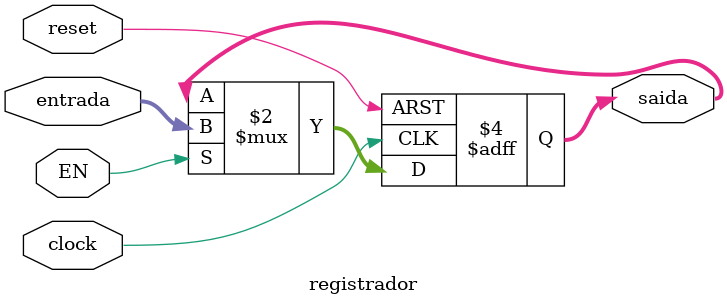
<source format=v>
module registrador(saida, entrada, clock, reset, EN);
input [15:0] entrada;
input clock, reset, EN;
output reg [15:0] saida;

always @(negedge clock or posedge reset)
begin
if (reset) saida <= 16'h00;
else if (EN) saida <= entrada;
end

endmodule

</source>
